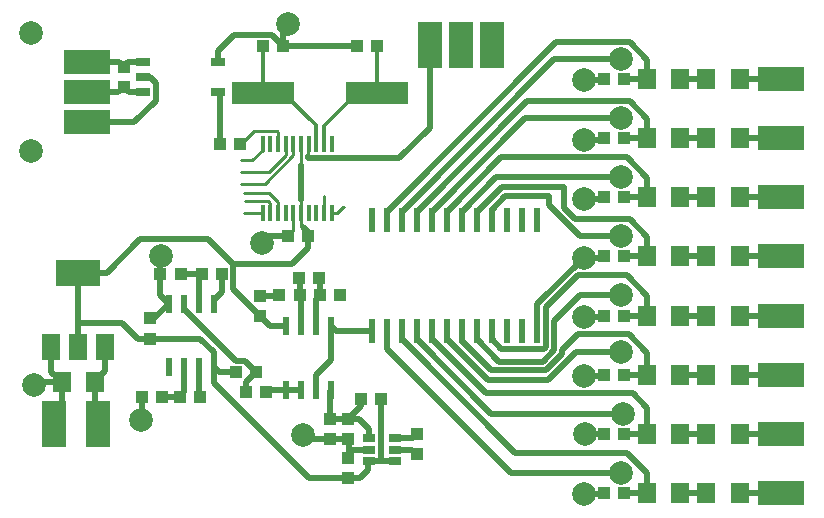
<source format=gbr>
G04 #@! TF.GenerationSoftware,KiCad,Pcbnew,5.0.0*
G04 #@! TF.CreationDate,2018-12-18T14:42:57-05:00*
G04 #@! TF.ProjectId,probe,70726F62652E6B696361645F70636200,rev?*
G04 #@! TF.SameCoordinates,PX7641700PY5265c00*
G04 #@! TF.FileFunction,Copper,L1,Top,Signal*
G04 #@! TF.FilePolarity,Positive*
%FSLAX46Y46*%
G04 Gerber Fmt 4.6, Leading zero omitted, Abs format (unit mm)*
G04 Created by KiCad (PCBNEW 5.0.0) date Tue Dec 18 14:42:57 2018*
%MOMM*%
%LPD*%
G01*
G04 APERTURE LIST*
G04 #@! TA.AperFunction,SMDPad,CuDef*
%ADD10R,1.099820X0.998220*%
G04 #@! TD*
G04 #@! TA.AperFunction,SMDPad,CuDef*
%ADD11R,1.597660X1.798320*%
G04 #@! TD*
G04 #@! TA.AperFunction,SMDPad,CuDef*
%ADD12R,0.998220X1.099820*%
G04 #@! TD*
G04 #@! TA.AperFunction,SMDPad,CuDef*
%ADD13R,2.000000X4.000000*%
G04 #@! TD*
G04 #@! TA.AperFunction,SMDPad,CuDef*
%ADD14R,0.600000X1.550000*%
G04 #@! TD*
G04 #@! TA.AperFunction,SMDPad,CuDef*
%ADD15R,4.000000X2.000000*%
G04 #@! TD*
G04 #@! TA.AperFunction,SMDPad,CuDef*
%ADD16R,5.334000X1.930400*%
G04 #@! TD*
G04 #@! TA.AperFunction,SMDPad,CuDef*
%ADD17R,0.450000X1.450000*%
G04 #@! TD*
G04 #@! TA.AperFunction,SMDPad,CuDef*
%ADD18R,1.060000X0.650000*%
G04 #@! TD*
G04 #@! TA.AperFunction,SMDPad,CuDef*
%ADD19R,0.600000X2.000000*%
G04 #@! TD*
G04 #@! TA.AperFunction,SMDPad,CuDef*
%ADD20R,1.200000X0.800000*%
G04 #@! TD*
G04 #@! TA.AperFunction,SMDPad,CuDef*
%ADD21R,1.500000X2.200000*%
G04 #@! TD*
G04 #@! TA.AperFunction,SMDPad,CuDef*
%ADD22R,3.800000X2.200000*%
G04 #@! TD*
G04 #@! TA.AperFunction,ViaPad*
%ADD23C,2.000000*%
G04 #@! TD*
G04 #@! TA.AperFunction,Conductor*
%ADD24C,0.500000*%
G04 #@! TD*
G04 #@! TA.AperFunction,Conductor*
%ADD25C,0.250000*%
G04 #@! TD*
G04 #@! TA.AperFunction,Conductor*
%ADD26C,0.350000*%
G04 #@! TD*
G04 APERTURE END LIST*
D10*
G04 #@! TO.P,C11,1*
G04 #@! TO.N,+3.3V*
X32848360Y10900000D03*
G04 #@! TO.P,C11,2*
G04 #@! TO.N,-3V3*
X31151640Y10900000D03*
G04 #@! TD*
G04 #@! TO.P,C10,1*
G04 #@! TO.N,+3.3V*
X26648360Y24700000D03*
G04 #@! TO.P,C10,2*
G04 #@! TO.N,GND*
X24951640Y24700000D03*
G04 #@! TD*
G04 #@! TO.P,R61,2*
G04 #@! TO.N,/SHIFTED_x10*
X17511421Y11136099D03*
G04 #@! TO.P,R61,1*
G04 #@! TO.N,Net-(IC1-Pad6)*
X15814701Y11136099D03*
G04 #@! TD*
G04 #@! TO.P,R60,1*
G04 #@! TO.N,Net-(IC1-Pad2)*
X17651640Y21476099D03*
G04 #@! TO.P,R60,2*
G04 #@! TO.N,/SHIFTED_x1*
X19348360Y21476099D03*
G04 #@! TD*
G04 #@! TO.P,R59,2*
G04 #@! TO.N,Net-(IC1-Pad6)*
X14271421Y11136099D03*
G04 #@! TO.P,R59,1*
G04 #@! TO.N,GND*
X12574701Y11136099D03*
G04 #@! TD*
G04 #@! TO.P,R58,1*
G04 #@! TO.N,GND*
X14174701Y21476099D03*
G04 #@! TO.P,R58,2*
G04 #@! TO.N,Net-(IC1-Pad2)*
X15871421Y21476099D03*
G04 #@! TD*
D11*
G04 #@! TO.P,C8,1*
G04 #@! TO.N,/BATT*
X8599540Y12350000D03*
G04 #@! TO.P,C8,2*
G04 #@! TO.N,GND*
X5800460Y12350000D03*
G04 #@! TD*
D12*
G04 #@! TO.P,C7,2*
G04 #@! TO.N,GND*
X28550000Y7550000D03*
G04 #@! TO.P,C7,1*
G04 #@! TO.N,-3V3*
X28550000Y9246720D03*
G04 #@! TD*
G04 #@! TO.P,C6,1*
G04 #@! TO.N,+3.3V*
X30050000Y4251640D03*
G04 #@! TO.P,C6,2*
G04 #@! TO.N,GND*
X30050000Y5948360D03*
G04 #@! TD*
D10*
G04 #@! TO.P,R56,1*
G04 #@! TO.N,GND*
X29348360Y19700000D03*
G04 #@! TO.P,R56,2*
G04 #@! TO.N,Net-(IC2-Pad6)*
X27651640Y19700000D03*
G04 #@! TD*
G04 #@! TO.P,R57,2*
G04 #@! TO.N,Net-(IC2-Pad7)*
X25903280Y21200000D03*
G04 #@! TO.P,R57,1*
G04 #@! TO.N,Net-(IC2-Pad6)*
X27600000Y21200000D03*
G04 #@! TD*
D12*
G04 #@! TO.P,C9,1*
G04 #@! TO.N,+3.3V*
X13250000Y16051640D03*
G04 #@! TO.P,C9,2*
G04 #@! TO.N,GND*
X13250000Y17748360D03*
G04 #@! TD*
D13*
G04 #@! TO.P,J23,1*
G04 #@! TO.N,/BATT*
X8900000Y8850000D03*
G04 #@! TD*
G04 #@! TO.P,J24,1*
G04 #@! TO.N,GND*
X5200000Y8800000D03*
G04 #@! TD*
D10*
G04 #@! TO.P,R54,2*
G04 #@! TO.N,Net-(IC1-Pad5)*
X24251640Y19700000D03*
G04 #@! TO.P,R54,1*
G04 #@! TO.N,Net-(IC2-Pad7)*
X25948360Y19700000D03*
G04 #@! TD*
D12*
G04 #@! TO.P,R55,1*
G04 #@! TO.N,Net-(IC1-Pad5)*
X22600000Y19648360D03*
G04 #@! TO.P,R55,2*
G04 #@! TO.N,+3.3V*
X22600000Y17951640D03*
G04 #@! TD*
D13*
G04 #@! TO.P,J21,1*
G04 #@! TO.N,/SWDIO*
X42240000Y40870000D03*
G04 #@! TD*
G04 #@! TO.P,J22,1*
G04 #@! TO.N,/SWCLK*
X39640000Y40870000D03*
G04 #@! TD*
G04 #@! TO.P,J1,1*
G04 #@! TO.N,/RESET*
X37000000Y40870000D03*
G04 #@! TD*
D14*
G04 #@! TO.P,IC1,1*
G04 #@! TO.N,/SHIFTED_x1*
X18705000Y19000000D03*
G04 #@! TO.P,IC1,2*
G04 #@! TO.N,Net-(IC1-Pad2)*
X17435000Y19000000D03*
G04 #@! TO.P,IC1,3*
G04 #@! TO.N,Net-(IC1-Pad3)*
X16165000Y19000000D03*
G04 #@! TO.P,IC1,4*
G04 #@! TO.N,GND*
X14895000Y19000000D03*
G04 #@! TO.P,IC1,5*
G04 #@! TO.N,Net-(IC1-Pad5)*
X14895000Y13600000D03*
G04 #@! TO.P,IC1,6*
G04 #@! TO.N,Net-(IC1-Pad6)*
X16165000Y13600000D03*
G04 #@! TO.P,IC1,7*
G04 #@! TO.N,/SHIFTED_x10*
X17435000Y13600000D03*
G04 #@! TO.P,IC1,8*
G04 #@! TO.N,+3.3V*
X18705000Y13600000D03*
G04 #@! TD*
G04 #@! TO.P,IC2,1*
G04 #@! TO.N,Net-(IC2-Pad1)*
X24835000Y11670000D03*
G04 #@! TO.P,IC2,2*
X26105000Y11670000D03*
G04 #@! TO.P,IC2,3*
G04 #@! TO.N,/MUX_OUT*
X27375000Y11670000D03*
G04 #@! TO.P,IC2,4*
G04 #@! TO.N,-3V3*
X28645000Y11670000D03*
G04 #@! TO.P,IC2,5*
G04 #@! TO.N,/MUX_OUT*
X28645000Y17070000D03*
G04 #@! TO.P,IC2,6*
G04 #@! TO.N,Net-(IC2-Pad6)*
X27375000Y17070000D03*
G04 #@! TO.P,IC2,7*
G04 #@! TO.N,Net-(IC2-Pad7)*
X26105000Y17070000D03*
G04 #@! TO.P,IC2,8*
G04 #@! TO.N,+3.3V*
X24835000Y17070000D03*
G04 #@! TD*
D15*
G04 #@! TO.P,J20,1*
G04 #@! TO.N,/ISOL_OUTPUT*
X7950000Y34350000D03*
G04 #@! TD*
G04 #@! TO.P,J19,1*
G04 #@! TO.N,/ISOL_GND*
X7950000Y39450000D03*
G04 #@! TD*
G04 #@! TO.P,J18,1*
G04 #@! TO.N,/ISOL_3v3*
X7950000Y36900000D03*
G04 #@! TD*
D10*
G04 #@! TO.P,R52,2*
G04 #@! TO.N,Net-(IC1-Pad3)*
X21451640Y11500000D03*
G04 #@! TO.P,R52,1*
G04 #@! TO.N,Net-(IC2-Pad1)*
X23148360Y11500000D03*
G04 #@! TD*
G04 #@! TO.P,R53,1*
G04 #@! TO.N,Net-(IC1-Pad3)*
X22248360Y13200000D03*
G04 #@! TO.P,R53,2*
G04 #@! TO.N,+3.3V*
X20551640Y13200000D03*
G04 #@! TD*
D16*
G04 #@! TO.P,Y1,1*
G04 #@! TO.N,Net-(C1-Pad1)*
X32536000Y36880000D03*
G04 #@! TO.P,Y1,2*
G04 #@! TO.N,Net-(C2-Pad2)*
X22884000Y36880000D03*
G04 #@! TD*
D15*
G04 #@! TO.P,J8,1*
G04 #@! TO.N,Net-(J8-Pad1)*
X66700000Y8000000D03*
G04 #@! TD*
G04 #@! TO.P,J7,1*
G04 #@! TO.N,Net-(J7-Pad1)*
X66700000Y13000000D03*
G04 #@! TD*
G04 #@! TO.P,J6,1*
G04 #@! TO.N,Net-(J6-Pad1)*
X66700000Y18000000D03*
G04 #@! TD*
G04 #@! TO.P,J5,1*
G04 #@! TO.N,Net-(J5-Pad1)*
X66700000Y23000000D03*
G04 #@! TD*
G04 #@! TO.P,J4,1*
G04 #@! TO.N,Net-(J4-Pad1)*
X66700000Y28000000D03*
G04 #@! TD*
G04 #@! TO.P,J3,1*
G04 #@! TO.N,Net-(J3-Pad1)*
X66700000Y33000000D03*
G04 #@! TD*
G04 #@! TO.P,J2,1*
G04 #@! TO.N,Net-(J2-Pad1)*
X66700000Y38000000D03*
G04 #@! TD*
G04 #@! TO.P,J9,1*
G04 #@! TO.N,Net-(J9-Pad1)*
X66700000Y3000000D03*
G04 #@! TD*
D11*
G04 #@! TO.P,R36,2*
G04 #@! TO.N,Net-(R36-Pad2)*
X60400460Y28000000D03*
G04 #@! TO.P,R36,1*
G04 #@! TO.N,Net-(J4-Pad1)*
X63199540Y28000000D03*
G04 #@! TD*
G04 #@! TO.P,R41,2*
G04 #@! TO.N,Net-(R16-Pad1)*
X60400460Y3000000D03*
G04 #@! TO.P,R41,1*
G04 #@! TO.N,Net-(J9-Pad1)*
X63199540Y3000000D03*
G04 #@! TD*
G04 #@! TO.P,R40,1*
G04 #@! TO.N,Net-(J8-Pad1)*
X63199540Y8000000D03*
G04 #@! TO.P,R40,2*
G04 #@! TO.N,Net-(R14-Pad1)*
X60400460Y8000000D03*
G04 #@! TD*
G04 #@! TO.P,R39,2*
G04 #@! TO.N,Net-(R12-Pad1)*
X60400460Y13000000D03*
G04 #@! TO.P,R39,1*
G04 #@! TO.N,Net-(J7-Pad1)*
X63199540Y13000000D03*
G04 #@! TD*
G04 #@! TO.P,R38,1*
G04 #@! TO.N,Net-(J6-Pad1)*
X63199540Y18000000D03*
G04 #@! TO.P,R38,2*
G04 #@! TO.N,Net-(R10-Pad1)*
X60400460Y18000000D03*
G04 #@! TD*
G04 #@! TO.P,R37,2*
G04 #@! TO.N,Net-(R37-Pad2)*
X60400460Y23000000D03*
G04 #@! TO.P,R37,1*
G04 #@! TO.N,Net-(J5-Pad1)*
X63199540Y23000000D03*
G04 #@! TD*
G04 #@! TO.P,R35,1*
G04 #@! TO.N,Net-(J3-Pad1)*
X63199540Y33000000D03*
G04 #@! TO.P,R35,2*
G04 #@! TO.N,Net-(R35-Pad2)*
X60400460Y33000000D03*
G04 #@! TD*
G04 #@! TO.P,R34,2*
G04 #@! TO.N,Net-(R2-Pad1)*
X60400460Y38000000D03*
G04 #@! TO.P,R34,1*
G04 #@! TO.N,Net-(J2-Pad1)*
X63199540Y38000000D03*
G04 #@! TD*
D10*
G04 #@! TO.P,R5,2*
G04 #@! TO.N,GND*
X51751640Y33000000D03*
G04 #@! TO.P,R5,1*
G04 #@! TO.N,/Dividers/OUT2*
X53448360Y33000000D03*
G04 #@! TD*
G04 #@! TO.P,C2,1*
G04 #@! TO.N,GND*
X24578360Y40780000D03*
G04 #@! TO.P,C2,2*
G04 #@! TO.N,Net-(C2-Pad2)*
X22881640Y40780000D03*
G04 #@! TD*
D12*
G04 #@! TO.P,C3,2*
G04 #@! TO.N,/ISOL_3v3*
X11050000Y37351640D03*
G04 #@! TO.P,C3,1*
G04 #@! TO.N,/ISOL_GND*
X11050000Y39048360D03*
G04 #@! TD*
G04 #@! TO.P,C4,1*
G04 #@! TO.N,Net-(C4-Pad1)*
X35900000Y7948360D03*
G04 #@! TO.P,C4,2*
G04 #@! TO.N,Net-(C4-Pad2)*
X35900000Y6251640D03*
G04 #@! TD*
G04 #@! TO.P,C5,2*
G04 #@! TO.N,GND*
X30050000Y7551640D03*
G04 #@! TO.P,C5,1*
G04 #@! TO.N,-3V3*
X30050000Y9248360D03*
G04 #@! TD*
D10*
G04 #@! TO.P,R1,1*
G04 #@! TO.N,/UART_TX*
X20948360Y32500000D03*
G04 #@! TO.P,R1,2*
G04 #@! TO.N,Net-(R1-Pad2)*
X19251640Y32500000D03*
G04 #@! TD*
G04 #@! TO.P,R11,2*
G04 #@! TO.N,GND*
X51751640Y18000000D03*
G04 #@! TO.P,R11,1*
G04 #@! TO.N,/Dividers/OUT5*
X53448360Y18000000D03*
G04 #@! TD*
G04 #@! TO.P,R13,1*
G04 #@! TO.N,/Dividers/OUT6*
X53448360Y13000000D03*
G04 #@! TO.P,R13,2*
G04 #@! TO.N,GND*
X51751640Y13000000D03*
G04 #@! TD*
G04 #@! TO.P,R15,2*
G04 #@! TO.N,GND*
X51751640Y8000000D03*
G04 #@! TO.P,R15,1*
G04 #@! TO.N,/Dividers/OUT7*
X53448360Y8000000D03*
G04 #@! TD*
G04 #@! TO.P,C1,1*
G04 #@! TO.N,Net-(C1-Pad1)*
X32528360Y40780000D03*
G04 #@! TO.P,C1,2*
G04 #@! TO.N,GND*
X30831640Y40780000D03*
G04 #@! TD*
G04 #@! TO.P,R17,2*
G04 #@! TO.N,GND*
X51751640Y3000000D03*
G04 #@! TO.P,R17,1*
G04 #@! TO.N,/Dividers/OUT8*
X53448360Y3000000D03*
G04 #@! TD*
G04 #@! TO.P,R9,1*
G04 #@! TO.N,/Dividers/OUT4*
X53448360Y23000000D03*
G04 #@! TO.P,R9,2*
G04 #@! TO.N,GND*
X51751640Y23000000D03*
G04 #@! TD*
G04 #@! TO.P,R7,2*
G04 #@! TO.N,GND*
X51751640Y28000000D03*
G04 #@! TO.P,R7,1*
G04 #@! TO.N,/Dividers/OUT3*
X53448360Y28000000D03*
G04 #@! TD*
G04 #@! TO.P,R3,2*
G04 #@! TO.N,GND*
X51751640Y38000000D03*
G04 #@! TO.P,R3,1*
G04 #@! TO.N,/Dividers/OUT1*
X53448360Y38000000D03*
G04 #@! TD*
D11*
G04 #@! TO.P,R16,1*
G04 #@! TO.N,Net-(R16-Pad1)*
X58199080Y3000000D03*
G04 #@! TO.P,R16,2*
G04 #@! TO.N,/Dividers/OUT8*
X55400000Y3000000D03*
G04 #@! TD*
G04 #@! TO.P,R14,1*
G04 #@! TO.N,Net-(R14-Pad1)*
X58199080Y8000000D03*
G04 #@! TO.P,R14,2*
G04 #@! TO.N,/Dividers/OUT7*
X55400000Y8000000D03*
G04 #@! TD*
G04 #@! TO.P,R12,2*
G04 #@! TO.N,/Dividers/OUT6*
X55400000Y13000000D03*
G04 #@! TO.P,R12,1*
G04 #@! TO.N,Net-(R12-Pad1)*
X58199080Y13000000D03*
G04 #@! TD*
G04 #@! TO.P,R10,1*
G04 #@! TO.N,Net-(R10-Pad1)*
X58199080Y18000000D03*
G04 #@! TO.P,R10,2*
G04 #@! TO.N,/Dividers/OUT5*
X55400000Y18000000D03*
G04 #@! TD*
G04 #@! TO.P,R8,2*
G04 #@! TO.N,/Dividers/OUT4*
X55400000Y23000000D03*
G04 #@! TO.P,R8,1*
G04 #@! TO.N,Net-(R37-Pad2)*
X58199080Y23000000D03*
G04 #@! TD*
G04 #@! TO.P,R2,1*
G04 #@! TO.N,Net-(R2-Pad1)*
X58199080Y38000000D03*
G04 #@! TO.P,R2,2*
G04 #@! TO.N,/Dividers/OUT1*
X55400000Y38000000D03*
G04 #@! TD*
G04 #@! TO.P,R6,2*
G04 #@! TO.N,/Dividers/OUT3*
X55400000Y28000000D03*
G04 #@! TO.P,R6,1*
G04 #@! TO.N,Net-(R36-Pad2)*
X58199080Y28000000D03*
G04 #@! TD*
G04 #@! TO.P,R4,1*
G04 #@! TO.N,Net-(R35-Pad2)*
X58199080Y33000000D03*
G04 #@! TO.P,R4,2*
G04 #@! TO.N,/Dividers/OUT2*
X55400000Y33000000D03*
G04 #@! TD*
D17*
G04 #@! TO.P,U2,1*
G04 #@! TO.N,Net-(U2-Pad1)*
X28675000Y32550000D03*
G04 #@! TO.P,U2,2*
G04 #@! TO.N,Net-(C1-Pad1)*
X28025000Y32550000D03*
G04 #@! TO.P,U2,3*
G04 #@! TO.N,Net-(C2-Pad2)*
X27375000Y32550000D03*
G04 #@! TO.P,U2,4*
G04 #@! TO.N,/RESET*
X26725000Y32550000D03*
G04 #@! TO.P,U2,5*
G04 #@! TO.N,+3.3V*
X26075000Y32550000D03*
G04 #@! TO.P,U2,6*
G04 #@! TO.N,/SHIFTED_x1*
X25425000Y32550000D03*
G04 #@! TO.P,U2,7*
G04 #@! TO.N,/SHIFTED_x10*
X24775000Y32550000D03*
G04 #@! TO.P,U2,8*
G04 #@! TO.N,/UART_TX*
X24125000Y32550000D03*
G04 #@! TO.P,U2,9*
G04 #@! TO.N,/UART_RX*
X23475000Y32550000D03*
G04 #@! TO.P,U2,10*
G04 #@! TO.N,/S0*
X22825000Y32550000D03*
G04 #@! TO.P,U2,11*
G04 #@! TO.N,/S1*
X22825000Y26650000D03*
G04 #@! TO.P,U2,12*
G04 #@! TO.N,/S2*
X23475000Y26650000D03*
G04 #@! TO.P,U2,13*
G04 #@! TO.N,/S3*
X24125000Y26650000D03*
G04 #@! TO.P,U2,14*
G04 #@! TO.N,Net-(U2-Pad14)*
X24775000Y26650000D03*
G04 #@! TO.P,U2,15*
G04 #@! TO.N,GND*
X25425000Y26650000D03*
G04 #@! TO.P,U2,16*
G04 #@! TO.N,+3.3V*
X26075000Y26650000D03*
G04 #@! TO.P,U2,17*
G04 #@! TO.N,/SCL*
X26725000Y26650000D03*
G04 #@! TO.P,U2,18*
G04 #@! TO.N,/SDA*
X27375000Y26650000D03*
G04 #@! TO.P,U2,19*
G04 #@! TO.N,/SWDIO*
X28025000Y26650000D03*
G04 #@! TO.P,U2,20*
G04 #@! TO.N,/SWCLK*
X28675000Y26650000D03*
G04 #@! TD*
D18*
G04 #@! TO.P,U4,1*
G04 #@! TO.N,-3V3*
X31800000Y7600000D03*
G04 #@! TO.P,U4,2*
G04 #@! TO.N,GND*
X31800000Y6650000D03*
G04 #@! TO.P,U4,3*
G04 #@! TO.N,+3.3V*
X31800000Y5700000D03*
G04 #@! TO.P,U4,4*
X34000000Y5700000D03*
G04 #@! TO.P,U4,6*
G04 #@! TO.N,Net-(C4-Pad1)*
X34000000Y7600000D03*
G04 #@! TO.P,U4,5*
G04 #@! TO.N,Net-(C4-Pad2)*
X34000000Y6650000D03*
G04 #@! TD*
D19*
G04 #@! TO.P,U6,1*
G04 #@! TO.N,/MUX_OUT*
X32065000Y16700000D03*
G04 #@! TO.P,U6,13*
G04 #@! TO.N,/S2*
X46035000Y26100000D03*
G04 #@! TO.P,U6,2*
G04 #@! TO.N,/Dividers/OUT9*
X33335000Y16700000D03*
G04 #@! TO.P,U6,3*
G04 #@! TO.N,/Dividers/OUT8*
X34605000Y16700000D03*
G04 #@! TO.P,U6,4*
G04 #@! TO.N,/Dividers/OUT10*
X35875000Y16700000D03*
G04 #@! TO.P,U6,5*
G04 #@! TO.N,/Dividers/OUT7*
X37145000Y16700000D03*
G04 #@! TO.P,U6,6*
G04 #@! TO.N,/Dividers/OUT11*
X38415000Y16700000D03*
G04 #@! TO.P,U6,7*
G04 #@! TO.N,/Dividers/OUT6*
X39685000Y16700000D03*
G04 #@! TO.P,U6,8*
G04 #@! TO.N,/Dividers/OUT12*
X40955000Y16700000D03*
G04 #@! TO.P,U6,9*
G04 #@! TO.N,/Dividers/OUT5*
X42225000Y16700000D03*
G04 #@! TO.P,U6,10*
G04 #@! TO.N,/S0*
X43495000Y16700000D03*
G04 #@! TO.P,U6,11*
G04 #@! TO.N,/S1*
X44765000Y16700000D03*
G04 #@! TO.P,U6,12*
G04 #@! TO.N,GND*
X46035000Y16700000D03*
G04 #@! TO.P,U6,14*
G04 #@! TO.N,/S3*
X44765000Y26100000D03*
G04 #@! TO.P,U6,15*
G04 #@! TO.N,GND*
X43495000Y26100000D03*
G04 #@! TO.P,U6,16*
G04 #@! TO.N,/Dividers/OUT13*
X42225000Y26100000D03*
G04 #@! TO.P,U6,17*
G04 #@! TO.N,/Dividers/OUT4*
X40955000Y26100000D03*
G04 #@! TO.P,U6,18*
G04 #@! TO.N,/Dividers/OUT14*
X39685000Y26100000D03*
G04 #@! TO.P,U6,19*
G04 #@! TO.N,/Dividers/OUT3*
X38415000Y26100000D03*
G04 #@! TO.P,U6,20*
G04 #@! TO.N,/Dividers/OUT15*
X37145000Y26100000D03*
G04 #@! TO.P,U6,21*
G04 #@! TO.N,/Dividers/OUT2*
X35875000Y26100000D03*
G04 #@! TO.P,U6,22*
G04 #@! TO.N,/Dividers/OUT16*
X34605000Y26100000D03*
G04 #@! TO.P,U6,23*
G04 #@! TO.N,/Dividers/OUT1*
X33335000Y26100000D03*
G04 #@! TO.P,U6,24*
G04 #@! TO.N,+3.3V*
X32065000Y26100000D03*
G04 #@! TD*
D20*
G04 #@! TO.P,U1,1*
G04 #@! TO.N,Net-(R1-Pad2)*
X19010000Y36920000D03*
G04 #@! TO.P,U1,3*
G04 #@! TO.N,GND*
X19010000Y39460000D03*
G04 #@! TO.P,U1,4*
G04 #@! TO.N,/ISOL_GND*
X12710000Y39460000D03*
G04 #@! TO.P,U1,5*
G04 #@! TO.N,/ISOL_OUTPUT*
X12710000Y38190000D03*
G04 #@! TO.P,U1,6*
G04 #@! TO.N,/ISOL_3v3*
X12710000Y36920000D03*
G04 #@! TD*
D21*
G04 #@! TO.P,U5,3*
G04 #@! TO.N,/BATT*
X9510000Y15300000D03*
G04 #@! TO.P,U5,2*
G04 #@! TO.N,+3.3V*
X7210000Y15300000D03*
G04 #@! TO.P,U5,1*
G04 #@! TO.N,GND*
X4910000Y15300000D03*
D22*
G04 #@! TO.P,U5,4*
G04 #@! TO.N,+3.3V*
X7210000Y21600000D03*
G04 #@! TD*
D23*
G04 #@! TO.N,*
X3250000Y41900000D03*
X3250000Y31900000D03*
G04 #@! TO.N,GND*
X50000000Y2900000D03*
X50096567Y7996567D03*
X50000000Y12900000D03*
X50000000Y17900000D03*
X50000000Y22900000D03*
X50000000Y27900000D03*
X50000000Y32900000D03*
X50000000Y37900000D03*
X25000000Y42650000D03*
X3500000Y12150000D03*
X12500000Y9150000D03*
X22750000Y24150000D03*
X26250000Y7900000D03*
X14200000Y23000000D03*
G04 #@! TO.N,/Dividers/OUT16*
X53200000Y39700000D03*
G04 #@! TO.N,/Dividers/OUT15*
X53198209Y34699529D03*
G04 #@! TO.N,/Dividers/OUT14*
X53198209Y29699112D03*
G04 #@! TO.N,/Dividers/OUT13*
X53198209Y24699112D03*
G04 #@! TO.N,/Dividers/OUT12*
X53198209Y19699112D03*
G04 #@! TO.N,/Dividers/OUT11*
X53198209Y14900000D03*
G04 #@! TO.N,/Dividers/OUT10*
X53337933Y9699112D03*
G04 #@! TO.N,/Dividers/OUT9*
X53198209Y4699112D03*
G04 #@! TD*
D24*
G04 #@! TO.N,+3.3V*
X31049110Y4251640D02*
X31750000Y4952530D01*
X30050000Y4251640D02*
X31049110Y4251640D01*
X31750000Y5650000D02*
X31800000Y5700000D01*
X31750000Y4952530D02*
X31750000Y5650000D01*
X23481640Y17070000D02*
X22600000Y17951640D01*
X24835000Y17070000D02*
X23481640Y17070000D01*
D25*
X26075000Y32550000D02*
X26075000Y30725000D01*
D24*
X26075000Y30725000D02*
X26075000Y27760002D01*
D25*
X26075000Y27760002D02*
X26075000Y26650000D01*
D24*
X26648360Y25051640D02*
X26225001Y25474999D01*
X26648360Y24700000D02*
X26648360Y25051640D01*
D25*
X26225001Y25524999D02*
X26225001Y25474999D01*
X26075000Y25675000D02*
X26225001Y25524999D01*
X26075000Y26650000D02*
X26075000Y25675000D01*
D24*
X19105000Y13200000D02*
X18705000Y13600000D01*
X20551640Y13200000D02*
X19105000Y13200000D01*
X7210000Y20000000D02*
X7210000Y18400000D01*
X7210000Y20000000D02*
X7210000Y21600000D01*
X18705000Y14875000D02*
X18705000Y13600000D01*
X17528360Y16051640D02*
X18705000Y14875000D01*
X13250000Y16051640D02*
X17528360Y16051640D01*
X12250890Y16051640D02*
X13250000Y16051640D01*
X10902530Y17400000D02*
X12250890Y16051640D01*
X7210000Y17400000D02*
X10902530Y17400000D01*
X7210000Y17400000D02*
X7210000Y15300000D01*
X7210000Y18400000D02*
X7210000Y17400000D01*
X18705000Y12325000D02*
X18705000Y13600000D01*
X26778360Y4251640D02*
X18705000Y12325000D01*
X30050000Y4251640D02*
X26778360Y4251640D01*
X32848360Y5851640D02*
X32848360Y10900000D01*
X33000000Y5700000D02*
X32848360Y5851640D01*
X31800000Y5700000D02*
X33000000Y5700000D01*
X33000000Y5700000D02*
X34000000Y5700000D01*
X7210000Y21600000D02*
X8050000Y21600000D01*
X23000000Y17551640D02*
X22600000Y17951640D01*
X9610000Y21600000D02*
X7210000Y21600000D01*
X18233480Y24450001D02*
X12460001Y24450001D01*
X20348271Y22335210D02*
X18233480Y24450001D01*
X20348271Y20203369D02*
X20348271Y22335210D01*
X12460001Y24450001D02*
X9610000Y21600000D01*
X23481640Y17070000D02*
X20348271Y20203369D01*
X25282680Y22335210D02*
X20348271Y22335210D01*
X26648360Y23700890D02*
X25282680Y22335210D01*
X26648360Y24700000D02*
X26648360Y23700890D01*
G04 #@! TO.N,GND*
X51651640Y2900000D02*
X51751640Y3000000D01*
X50000000Y2900000D02*
X51651640Y2900000D01*
X51748207Y7996567D02*
X51751640Y8000000D01*
X50096567Y7996567D02*
X51748207Y7996567D01*
X51651640Y12900000D02*
X51751640Y13000000D01*
X50000000Y12900000D02*
X51651640Y12900000D01*
X51651640Y17900000D02*
X51751640Y18000000D01*
X50000000Y17900000D02*
X51651640Y17900000D01*
X51651640Y22900000D02*
X51751640Y23000000D01*
X50000000Y22900000D02*
X51651640Y22900000D01*
X51651640Y27900000D02*
X51751640Y28000000D01*
X50000000Y27900000D02*
X51651640Y27900000D01*
X51651640Y32900000D02*
X51751640Y33000000D01*
X50000000Y32900000D02*
X51651640Y32900000D01*
X51651640Y37900000D02*
X51751640Y38000000D01*
X50000000Y37900000D02*
X51651640Y37900000D01*
X30150000Y7451640D02*
X30050000Y7551640D01*
X30150000Y6650000D02*
X30150000Y7451640D01*
X31800000Y6650000D02*
X30150000Y6650000D01*
X30150000Y6048360D02*
X30050000Y5948360D01*
X30150000Y6650000D02*
X30150000Y6048360D01*
X30048360Y7550000D02*
X30050000Y7551640D01*
X28550000Y7550000D02*
X30048360Y7550000D01*
X4910000Y13240460D02*
X5800460Y12350000D01*
X4910000Y15300000D02*
X4910000Y13240460D01*
X5800460Y9400460D02*
X5200000Y8800000D01*
X5800460Y12350000D02*
X5800460Y9400460D01*
X14174701Y19720299D02*
X14895000Y19000000D01*
X14174701Y21476099D02*
X14174701Y19720299D01*
D25*
X25425000Y25173360D02*
X24951640Y24700000D01*
X25425000Y26650000D02*
X25425000Y25173360D01*
D24*
X30831640Y40780000D02*
X24578360Y40780000D01*
X46035000Y18935000D02*
X50000000Y22900000D01*
X46035000Y16700000D02*
X46035000Y18935000D01*
X13643360Y17748360D02*
X14895000Y19000000D01*
X13250000Y17748360D02*
X13643360Y17748360D01*
X20379111Y41729111D02*
X23629249Y41729111D01*
X19010000Y40360000D02*
X20379111Y41729111D01*
X23629249Y41729111D02*
X24578360Y40780000D01*
X19010000Y39460000D02*
X19010000Y40360000D01*
X24578360Y42228360D02*
X25000000Y42650000D01*
X24578360Y40780000D02*
X24578360Y42228360D01*
X3700000Y12350000D02*
X3500000Y12150000D01*
X5800460Y12350000D02*
X3700000Y12350000D01*
X12574701Y9224701D02*
X12500000Y9150000D01*
X12574701Y11136099D02*
X12574701Y9224701D01*
X23300000Y24700000D02*
X22750000Y24150000D01*
X24951640Y24700000D02*
X23300000Y24700000D01*
X26600000Y7550000D02*
X26250000Y7900000D01*
X28550000Y7550000D02*
X26600000Y7550000D01*
X14174701Y22974701D02*
X14200000Y23000000D01*
X14174701Y21476099D02*
X14174701Y22974701D01*
G04 #@! TO.N,Net-(R1-Pad2)*
X19251640Y36678360D02*
X19010000Y36920000D01*
X19251640Y32500000D02*
X19251640Y36678360D01*
G04 #@! TO.N,/ISOL_GND*
X11461640Y39460000D02*
X11050000Y39048360D01*
X12710000Y39460000D02*
X11461640Y39460000D01*
X10648360Y39450000D02*
X11050000Y39048360D01*
X7950000Y39450000D02*
X10648360Y39450000D01*
G04 #@! TO.N,/ISOL_OUTPUT*
X13760001Y36159999D02*
X11950002Y34350000D01*
X11950002Y34350000D02*
X10450000Y34350000D01*
X13760001Y37680001D02*
X13760001Y36159999D01*
X13250002Y38190000D02*
X13760001Y37680001D01*
X10450000Y34350000D02*
X7950000Y34350000D01*
X12710000Y38190000D02*
X13250002Y38190000D01*
G04 #@! TO.N,/ISOL_3v3*
X11481640Y36920000D02*
X11050000Y37351640D01*
X12710000Y36920000D02*
X11481640Y36920000D01*
X10598360Y36900000D02*
X11050000Y37351640D01*
X7950000Y36900000D02*
X10598360Y36900000D01*
G04 #@! TO.N,/MUX_OUT*
X29015000Y16700000D02*
X28645000Y17070000D01*
X32065000Y16700000D02*
X29015000Y16700000D01*
X28645000Y15795000D02*
X28645000Y17070000D01*
X28645000Y14215000D02*
X28645000Y15795000D01*
X27375000Y12945000D02*
X28645000Y14215000D01*
X27375000Y11670000D02*
X27375000Y12945000D01*
D25*
G04 #@! TO.N,/S2*
X23310001Y27700001D02*
X21300001Y27700001D01*
X23475000Y27535002D02*
X23310001Y27700001D01*
X23475000Y26650000D02*
X23475000Y27535002D01*
D24*
G04 #@! TO.N,/Dividers/OUT8*
X53448360Y3000000D02*
X55400000Y3000000D01*
X55400000Y3000000D02*
X55400000Y4643323D01*
X55400000Y4643323D02*
X53643323Y6400000D01*
X44205000Y6400000D02*
X49750000Y6400000D01*
X53643323Y6400000D02*
X49750000Y6400000D01*
X34605000Y16000000D02*
X44205000Y6400000D01*
X34605000Y16700000D02*
X34605000Y16000000D01*
X49750000Y6400000D02*
X49500000Y6400000D01*
G04 #@! TO.N,/Dividers/OUT7*
X53448360Y8000000D02*
X55400000Y8000000D01*
X37145000Y16700000D02*
X37145000Y16000000D01*
X37145000Y16000000D02*
X41745000Y11400000D01*
X54150889Y11400000D02*
X55400000Y10150889D01*
X55400000Y10150889D02*
X55400000Y8000000D01*
X41745000Y11400000D02*
X54150889Y11400000D01*
G04 #@! TO.N,/Dividers/OUT6*
X53448360Y13000000D02*
X55400000Y13000000D01*
X55400000Y14844211D02*
X53844211Y16400000D01*
X55400000Y13000000D02*
X55400000Y14844211D01*
X53844211Y16400000D02*
X49500000Y16400000D01*
X39685000Y15859998D02*
X42194998Y13350000D01*
X39685000Y16700000D02*
X39685000Y15859998D01*
X46774927Y13350000D02*
X48185021Y14760093D01*
X42194998Y13350000D02*
X46774927Y13350000D01*
X48185021Y15085021D02*
X49500000Y16400000D01*
X48185021Y14760093D02*
X48185021Y15085021D01*
G04 #@! TO.N,/Dividers/OUT5*
X53448360Y18000000D02*
X55400000Y18000000D01*
X55400000Y18000000D02*
X55400000Y19643323D01*
X53643323Y21400000D02*
X49500000Y21400000D01*
X55400000Y19643323D02*
X53643323Y21400000D01*
X43025000Y15200000D02*
X42225000Y16000000D01*
X46645002Y15200000D02*
X43025000Y15200000D01*
X46785001Y15339999D02*
X46645002Y15200000D01*
X42225000Y16000000D02*
X42225000Y16700000D01*
X46785001Y18685001D02*
X46785001Y15339999D01*
X49500000Y21400000D02*
X46785001Y18685001D01*
G04 #@! TO.N,/Dividers/OUT4*
X53448360Y23000000D02*
X55400000Y23000000D01*
X53894210Y26149113D02*
X49249113Y26149113D01*
X55400000Y24643323D02*
X53894210Y26149113D01*
X55400000Y23000000D02*
X55400000Y24643323D01*
X48300000Y27098226D02*
X48300000Y28900000D01*
X49249113Y26149113D02*
X48300000Y27098226D01*
X43055000Y28900000D02*
X48300000Y28900000D01*
X40955000Y26800000D02*
X43055000Y28900000D01*
X40955000Y26100000D02*
X40955000Y26800000D01*
G04 #@! TO.N,/Dividers/OUT3*
X53448360Y28000000D02*
X55400000Y28000000D01*
X38415000Y26800000D02*
X38415000Y26100000D01*
X55400000Y28000000D02*
X55400000Y29643323D01*
X55400000Y29643323D02*
X53643323Y31400000D01*
X53643323Y31400000D02*
X43015000Y31400000D01*
X43015000Y31400000D02*
X38415000Y26800000D01*
G04 #@! TO.N,/Dividers/OUT2*
X53448360Y33000000D02*
X55400000Y33000000D01*
X55400000Y34399160D02*
X55400000Y33000000D01*
X55400000Y34643740D02*
X55400000Y34399160D01*
X53894210Y36149530D02*
X55400000Y34643740D01*
X45224530Y36149530D02*
X53894210Y36149530D01*
X35875000Y26800000D02*
X45224530Y36149530D01*
X35875000Y26100000D02*
X35875000Y26800000D01*
G04 #@! TO.N,/Dividers/OUT1*
X53448360Y38000000D02*
X55400000Y38000000D01*
X53448360Y38000000D02*
X53448360Y37837698D01*
X55400000Y39646002D02*
X55400000Y39399160D01*
X53896001Y41150001D02*
X55400000Y39646002D01*
X47685001Y41150001D02*
X53896001Y41150001D01*
X33335000Y26800000D02*
X47685001Y41150001D01*
X55400000Y39399160D02*
X55400000Y38000000D01*
X33335000Y26100000D02*
X33335000Y26800000D01*
D25*
G04 #@! TO.N,/S0*
X22825000Y32050000D02*
X21925000Y31150000D01*
X22825000Y32550000D02*
X22825000Y32050000D01*
X21925000Y31150000D02*
X21000000Y31150000D01*
G04 #@! TO.N,/S1*
X22825000Y26650000D02*
X21250000Y26650000D01*
G04 #@! TO.N,/S3*
X24125000Y27625000D02*
X23350000Y28400000D01*
X24125000Y26650000D02*
X24125000Y27625000D01*
X23350000Y28400000D02*
X21250000Y28400000D01*
D24*
G04 #@! TO.N,/Dividers/OUT16*
X51785787Y39700000D02*
X53200000Y39700000D01*
X47505000Y39700000D02*
X51785787Y39700000D01*
X34605000Y26800000D02*
X47505000Y39700000D01*
X34605000Y26100000D02*
X34605000Y26800000D01*
G04 #@! TO.N,/Dividers/OUT15*
X37145000Y26800000D02*
X37145000Y26100000D01*
X45044529Y34699529D02*
X37145000Y26800000D01*
X53198209Y34699529D02*
X45044529Y34699529D01*
G04 #@! TO.N,/Dividers/OUT14*
X39685000Y26800000D02*
X39685000Y26100000D01*
X42584112Y29699112D02*
X39685000Y26800000D01*
X53198209Y29699112D02*
X42584112Y29699112D01*
G04 #@! TO.N,/Dividers/OUT13*
X42225000Y26940002D02*
X43384998Y28100000D01*
X42225000Y26100000D02*
X42225000Y26940002D01*
X43384998Y28100000D02*
X47050000Y28100000D01*
X51783996Y24699112D02*
X53198209Y24699112D01*
X49709151Y24699112D02*
X51783996Y24699112D01*
X47050000Y27358263D02*
X49709151Y24699112D01*
X47050000Y28100000D02*
X47050000Y27358263D01*
G04 #@! TO.N,/Dividers/OUT12*
X51783996Y19699112D02*
X53198209Y19699112D01*
X49653110Y19699112D02*
X51783996Y19699112D01*
X47485011Y15050046D02*
X47485011Y17531013D01*
X40955000Y16700000D02*
X40955000Y16000000D01*
X40955000Y16000000D02*
X42855000Y14100000D01*
X42855000Y14100000D02*
X46534965Y14100000D01*
X47485011Y17531013D02*
X49653110Y19699112D01*
X46534965Y14100000D02*
X47485011Y15050046D01*
G04 #@! TO.N,/Dividers/OUT11*
X53198209Y14900000D02*
X49500000Y14900000D01*
X38415000Y16700000D02*
X38415000Y16000000D01*
X38415000Y16000000D02*
X41865000Y12550000D01*
X46964890Y12550000D02*
X49314890Y14900000D01*
X49314890Y14900000D02*
X49500000Y14900000D01*
X41865000Y12550000D02*
X46964890Y12550000D01*
G04 #@! TO.N,/Dividers/OUT10*
X42175888Y9699112D02*
X50200888Y9699112D01*
X35875000Y16000000D02*
X42175888Y9699112D01*
X50200888Y9699112D02*
X53337933Y9699112D01*
X35875000Y16700000D02*
X35875000Y16000000D01*
G04 #@! TO.N,/Dividers/OUT9*
X53198209Y4699112D02*
X49700888Y4699112D01*
X43835888Y4699112D02*
X49700888Y4699112D01*
X33335000Y15200000D02*
X43835888Y4699112D01*
X33335000Y16700000D02*
X33335000Y15200000D01*
G04 #@! TO.N,-3V3*
X31800000Y8425000D02*
X30975000Y9250000D01*
X31800000Y7600000D02*
X31800000Y8425000D01*
X30051640Y9250000D02*
X30050000Y9248360D01*
X30975000Y9250000D02*
X30051640Y9250000D01*
X30048360Y9246720D02*
X30050000Y9248360D01*
X28550000Y9246720D02*
X30048360Y9246720D01*
X28550000Y11575000D02*
X28645000Y11670000D01*
X28550000Y9246720D02*
X28550000Y11575000D01*
X31151640Y10350000D02*
X30050000Y9248360D01*
X31151640Y10900000D02*
X31151640Y10350000D01*
G04 #@! TO.N,Net-(C4-Pad1)*
X35551640Y7600000D02*
X35900000Y7948360D01*
X34000000Y7600000D02*
X35551640Y7600000D01*
G04 #@! TO.N,Net-(C4-Pad2)*
X35501640Y6650000D02*
X35900000Y6251640D01*
X34000000Y6650000D02*
X35501640Y6650000D01*
D26*
G04 #@! TO.N,Net-(C1-Pad1)*
X28025000Y34070800D02*
X30834200Y36880000D01*
X30834200Y36880000D02*
X32536000Y36880000D01*
X28025000Y32550000D02*
X28025000Y34070800D01*
X32536000Y40772360D02*
X32528360Y40780000D01*
X32536000Y36880000D02*
X32536000Y40772360D01*
G04 #@! TO.N,Net-(C2-Pad2)*
X24585800Y36880000D02*
X22884000Y36880000D01*
X27375000Y34090800D02*
X24585800Y36880000D01*
X27375000Y32550000D02*
X27375000Y34090800D01*
X22884000Y40777640D02*
X22881640Y40780000D01*
X22884000Y36880000D02*
X22884000Y40777640D01*
D25*
G04 #@! TO.N,/RESET*
X26725000Y31925000D02*
X26700000Y31900000D01*
X26725000Y32550000D02*
X26725000Y31925000D01*
X26700000Y31900000D02*
X26700000Y31500000D01*
D24*
X26700000Y31500000D02*
X26700000Y31300000D01*
X37000000Y33900000D02*
X37000000Y38370000D01*
X34400000Y31300000D02*
X37000000Y33900000D01*
X37000000Y38370000D02*
X37000000Y40870000D01*
X26700000Y31300000D02*
X34400000Y31300000D01*
D25*
G04 #@! TO.N,/UART_TX*
X20999160Y32500000D02*
X20948360Y32500000D01*
X22099161Y33600001D02*
X20999160Y32500000D01*
X24125000Y33525000D02*
X24049999Y33600001D01*
X24049999Y33600001D02*
X22099161Y33600001D01*
X24125000Y32550000D02*
X24125000Y33525000D01*
G04 #@! TO.N,/SWDIO*
X28025000Y26650000D02*
X28025000Y28125000D01*
G04 #@! TO.N,/SWCLK*
X29150000Y26650000D02*
X29650000Y27150000D01*
X28675000Y26650000D02*
X29150000Y26650000D01*
X29650000Y27150000D02*
X29750000Y27150000D01*
D24*
G04 #@! TO.N,Net-(IC1-Pad6)*
X16165000Y11486398D02*
X15814701Y11136099D01*
X16165000Y13600000D02*
X16165000Y11486398D01*
X14271421Y11136099D02*
X15814701Y11136099D01*
G04 #@! TO.N,Net-(IC1-Pad5)*
X24200000Y19648360D02*
X24251640Y19700000D01*
X22600000Y19648360D02*
X24200000Y19648360D01*
G04 #@! TO.N,Net-(IC1-Pad3)*
X21451640Y12403280D02*
X22248360Y13200000D01*
X21451640Y11500000D02*
X21451640Y12403280D01*
X20540889Y14149111D02*
X21299249Y14149111D01*
X16165000Y18525000D02*
X20540889Y14149111D01*
X21299249Y14149111D02*
X22248360Y13200000D01*
X16165000Y19000000D02*
X16165000Y18525000D01*
G04 #@! TO.N,Net-(IC1-Pad2)*
X17435000Y21259459D02*
X17651640Y21476099D01*
X17435000Y19000000D02*
X17435000Y21259459D01*
X15871421Y21476099D02*
X17651640Y21476099D01*
G04 #@! TO.N,Net-(R12-Pad1)*
X58199080Y13000000D02*
X60400460Y13000000D01*
G04 #@! TO.N,Net-(R10-Pad1)*
X58199080Y18000000D02*
X60400460Y18000000D01*
G04 #@! TO.N,Net-(R37-Pad2)*
X60400460Y23000000D02*
X58199080Y23000000D01*
G04 #@! TO.N,Net-(R14-Pad1)*
X58199080Y8000000D02*
X60400460Y8000000D01*
G04 #@! TO.N,Net-(R16-Pad1)*
X58199080Y3000000D02*
X60400460Y3000000D01*
G04 #@! TO.N,Net-(R36-Pad2)*
X58199080Y28000000D02*
X60400460Y28000000D01*
G04 #@! TO.N,Net-(R35-Pad2)*
X58199080Y33000000D02*
X60400460Y33000000D01*
G04 #@! TO.N,Net-(R2-Pad1)*
X58199080Y38000000D02*
X60400460Y38000000D01*
G04 #@! TO.N,Net-(J9-Pad1)*
X63199540Y3000000D02*
X66700000Y3000000D01*
G04 #@! TO.N,Net-(J2-Pad1)*
X63199540Y38000000D02*
X66700000Y38000000D01*
G04 #@! TO.N,Net-(J3-Pad1)*
X63199540Y33000000D02*
X66700000Y33000000D01*
G04 #@! TO.N,Net-(J4-Pad1)*
X63199540Y28000000D02*
X66700000Y28000000D01*
G04 #@! TO.N,Net-(J5-Pad1)*
X63199540Y23000000D02*
X66700000Y23000000D01*
G04 #@! TO.N,Net-(J6-Pad1)*
X63199540Y18000000D02*
X66700000Y18000000D01*
G04 #@! TO.N,Net-(J7-Pad1)*
X63199540Y13000000D02*
X66700000Y13000000D01*
G04 #@! TO.N,Net-(J8-Pad1)*
X63199540Y8000000D02*
X66700000Y8000000D01*
G04 #@! TO.N,Net-(IC2-Pad6)*
X27375000Y19423360D02*
X27651640Y19700000D01*
X27375000Y17070000D02*
X27375000Y19423360D01*
X27651640Y21148360D02*
X27600000Y21200000D01*
X27651640Y19700000D02*
X27651640Y21148360D01*
G04 #@! TO.N,/SHIFTED_x10*
X17435000Y11212520D02*
X17511421Y11136099D01*
X17435000Y13600000D02*
X17435000Y11212520D01*
G04 #@! TO.N,/SHIFTED_x1*
X18705000Y19000000D02*
X18705000Y19305000D01*
X19348360Y19948360D02*
X19348360Y21476099D01*
X18705000Y19305000D02*
X19348360Y19948360D01*
G04 #@! TO.N,/BATT*
X9510000Y13260460D02*
X8599540Y12350000D01*
X9510000Y15300000D02*
X9510000Y13260460D01*
X8599540Y9150460D02*
X8900000Y8850000D01*
X8599540Y12350000D02*
X8599540Y9150460D01*
G04 #@! TO.N,Net-(IC2-Pad1)*
X24835000Y11670000D02*
X25730000Y11670000D01*
X25730000Y11670000D02*
X26105000Y11670000D01*
X23318360Y11670000D02*
X23148360Y11500000D01*
X24835000Y11670000D02*
X23318360Y11670000D01*
G04 #@! TO.N,Net-(IC2-Pad7)*
X26105000Y19543360D02*
X25948360Y19700000D01*
X26105000Y17070000D02*
X26105000Y19543360D01*
X25948360Y21154920D02*
X25903280Y21200000D01*
X25948360Y19700000D02*
X25948360Y21154920D01*
D25*
G04 #@! TO.N,/SHIFTED_x1*
X25425000Y31588590D02*
X22986410Y29150000D01*
X25425000Y32550000D02*
X25425000Y31588590D01*
X22986410Y29150000D02*
X21750000Y29150000D01*
X21750000Y29150000D02*
X21000000Y29150000D01*
G04 #@! TO.N,/SHIFTED_x10*
X24775000Y31575000D02*
X23350000Y30150000D01*
X24775000Y32550000D02*
X24775000Y31575000D01*
X23350000Y30150000D02*
X21000000Y30150000D01*
G04 #@! TD*
M02*

</source>
